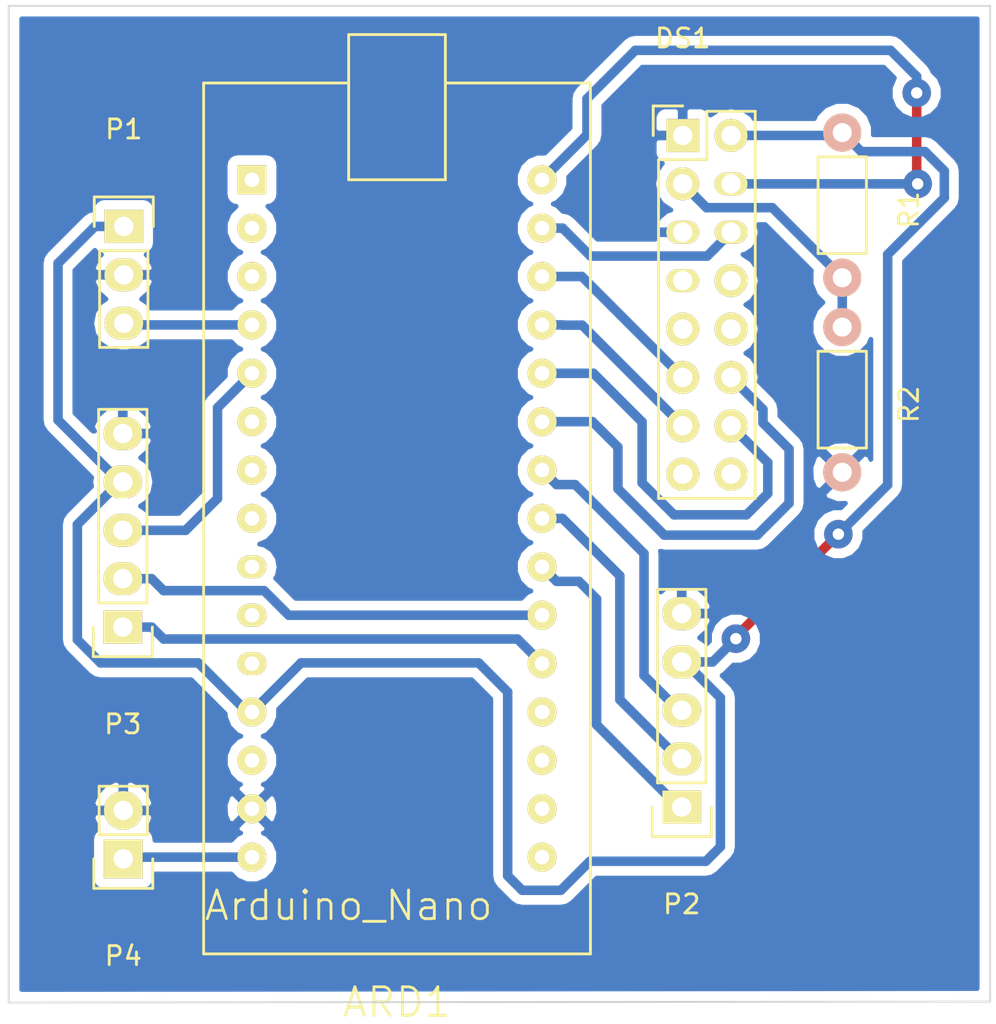
<source format=kicad_pcb>
(kicad_pcb (version 4) (host pcbnew "(after 2015-mar-04 BZR unknown)-product")

  (general
    (links 28)
    (no_connects 0)
    (area 83.719199 71.374799 135.381201 123.798801)
    (thickness 1.6)
    (drawings 4)
    (tracks 119)
    (zones 0)
    (modules 8)
    (nets 18)
  )

  (page A4)
  (layers
    (0 F.Cu signal)
    (31 B.Cu signal)
    (32 B.Adhes user)
    (33 F.Adhes user)
    (34 B.Paste user)
    (35 F.Paste user)
    (36 B.SilkS user)
    (37 F.SilkS user)
    (38 B.Mask user)
    (39 F.Mask user)
    (40 Dwgs.User user)
    (41 Cmts.User user)
    (42 Eco1.User user)
    (43 Eco2.User user)
    (44 Edge.Cuts user)
    (45 Margin user)
    (46 B.CrtYd user)
    (47 F.CrtYd user)
    (48 B.Fab user)
    (49 F.Fab user)
  )

  (setup
    (last_trace_width 0.5)
    (trace_clearance 0.4)
    (zone_clearance 0.508)
    (zone_45_only no)
    (trace_min 0.2)
    (segment_width 0.2)
    (edge_width 0.1)
    (via_size 1.5)
    (via_drill 0.6)
    (via_min_size 0.4)
    (via_min_drill 0.3)
    (uvia_size 0.3)
    (uvia_drill 0.1)
    (uvias_allowed no)
    (uvia_min_size 0.2)
    (uvia_min_drill 0.1)
    (pcb_text_width 0.3)
    (pcb_text_size 1.5 1.5)
    (mod_edge_width 0.15)
    (mod_text_size 1 1)
    (mod_text_width 0.15)
    (pad_size 1.7272 1.2)
    (pad_drill 1.016)
    (pad_to_mask_clearance 0)
    (aux_axis_origin 0 0)
    (visible_elements FFFFFF7F)
    (pcbplotparams
      (layerselection 0x00030_ffffffff)
      (usegerberextensions false)
      (excludeedgelayer true)
      (linewidth 0.100000)
      (plotframeref false)
      (viasonmask false)
      (mode 1)
      (useauxorigin false)
      (hpglpennumber 1)
      (hpglpenspeed 20)
      (hpglpendiameter 15)
      (hpglpenoverlay 2)
      (psnegative false)
      (psa4output false)
      (plotreference true)
      (plotvalue true)
      (plotinvisibletext false)
      (padsonsilk false)
      (subtractmaskfromsilk false)
      (outputformat 1)
      (mirror false)
      (drillshape 1)
      (scaleselection 1)
      (outputdirectory ""))
  )

  (net 0 "")
  (net 1 /SW)
  (net 2 /RELAY)
  (net 3 /ROT_A)
  (net 4 /ROT_B)
  (net 5 /DO)
  (net 6 /CS)
  (net 7 /SCK)
  (net 8 /LCD_E)
  (net 9 /LCD_RS)
  (net 10 GND)
  (net 11 +5V)
  (net 12 "Net-(DS1-Pad3)")
  (net 13 /LCD_D4)
  (net 14 /LCD_D5)
  (net 15 /LCD_D6)
  (net 16 /LCD_D7)
  (net 17 "Net-(ARD1-Pad15)")

  (net_class Default "This is the default net class."
    (clearance 0.4)
    (trace_width 0.5)
    (via_dia 1.5)
    (via_drill 0.6)
    (uvia_dia 0.3)
    (uvia_drill 0.1)
    (add_net +5V)
    (add_net /CS)
    (add_net /DO)
    (add_net /LCD_D4)
    (add_net /LCD_D5)
    (add_net /LCD_D6)
    (add_net /LCD_D7)
    (add_net /LCD_E)
    (add_net /LCD_RS)
    (add_net /RELAY)
    (add_net /ROT_A)
    (add_net /ROT_B)
    (add_net /SCK)
    (add_net /SW)
    (add_net GND)
    (add_net "Net-(ARD1-Pad15)")
    (add_net "Net-(DS1-Pad3)")
  )

  (module "Arduino:Arduino Nano" (layer F.Cu) (tedit 57965DA1) (tstamp 57965AD7)
    (at 104.169148 95.796389)
    (path /57965443)
    (fp_text reference ARD1 (at 0 27.94) (layer F.SilkS)
      (effects (font (size 1.5 1.5) (thickness 0.15)))
    )
    (fp_text value Arduino_Nano (at -2.54 22.86) (layer F.SilkS)
      (effects (font (size 1.5 1.5) (thickness 0.15)))
    )
    (fp_line (start 2.54 -20.32) (end 10.16 -20.32) (layer F.SilkS) (width 0.15))
    (fp_line (start -10.16 -20.32) (end -2.54 -20.32) (layer F.SilkS) (width 0.15))
    (fp_line (start -2.54 -15.24) (end -2.54 -22.86) (layer F.SilkS) (width 0.15))
    (fp_line (start -2.54 -22.86) (end 2.54 -22.86) (layer F.SilkS) (width 0.15))
    (fp_line (start 2.54 -22.86) (end 2.54 -15.24) (layer F.SilkS) (width 0.15))
    (fp_line (start 2.54 -15.24) (end -2.54 -15.24) (layer F.SilkS) (width 0.15))
    (fp_line (start -10.16 -20.32) (end -10.16 25.4) (layer F.SilkS) (width 0.15))
    (fp_line (start -10.16 25.4) (end 10.16 25.4) (layer F.SilkS) (width 0.15))
    (fp_line (start 10.16 25.4) (end 10.16 -20.32) (layer F.SilkS) (width 0.15))
    (pad 1 thru_hole rect (at -7.62 -15.24) (size 1.524 1.524) (drill 0.762) (layers *.Cu *.Mask F.SilkS))
    (pad 2 thru_hole circle (at -7.62 -12.7) (size 1.524 1.524) (drill 0.762) (layers *.Cu *.Mask F.SilkS))
    (pad 3 thru_hole circle (at -7.62 -10.16) (size 1.524 1.524) (drill 0.762) (layers *.Cu *.Mask F.SilkS))
    (pad 4 thru_hole circle (at -7.62 -7.62) (size 1.524 1.524) (drill 0.762) (layers *.Cu *.Mask F.SilkS)
      (net 2 /RELAY))
    (pad 5 thru_hole circle (at -7.62 -5.08) (size 1.524 1.524) (drill 0.762) (layers *.Cu *.Mask F.SilkS)
      (net 1 /SW))
    (pad 6 thru_hole circle (at -7.62 -2.54) (size 1.524 1.524) (drill 0.762) (layers *.Cu *.Mask F.SilkS))
    (pad 7 thru_hole circle (at -7.62 0) (size 1.524 1.524) (drill 0.762) (layers *.Cu *.Mask F.SilkS))
    (pad 8 thru_hole circle (at -7.62 2.54) (size 1.524 1.524) (drill 0.762) (layers *.Cu *.Mask F.SilkS))
    (pad 9 thru_hole oval (at -7.62 5.08) (size 1.524 1.2) (drill 0.762) (layers *.Cu *.Mask F.SilkS))
    (pad 10 thru_hole oval (at -7.62 7.62) (size 1.524 1.2) (drill 0.762) (layers *.Cu *.Mask F.SilkS))
    (pad 11 thru_hole oval (at -7.62 10.16) (size 1.524 1.2) (drill 0.762) (layers *.Cu *.Mask F.SilkS))
    (pad 12 thru_hole circle (at -7.62 12.7) (size 1.524 1.524) (drill 0.762) (layers *.Cu *.Mask F.SilkS)
      (net 11 +5V))
    (pad 13 thru_hole circle (at -7.62 15.24) (size 1.524 1.524) (drill 0.762) (layers *.Cu *.Mask F.SilkS))
    (pad 14 thru_hole circle (at -7.62 17.78) (size 1.524 1.524) (drill 0.762) (layers *.Cu *.Mask F.SilkS)
      (net 10 GND))
    (pad 15 thru_hole circle (at -7.62 20.32) (size 1.524 1.524) (drill 0.762) (layers *.Cu *.Mask F.SilkS)
      (net 17 "Net-(ARD1-Pad15)"))
    (pad 16 thru_hole circle (at 7.62 20.32) (size 1.524 1.524) (drill 0.762) (layers *.Cu *.Mask F.SilkS))
    (pad 17 thru_hole circle (at 7.62 17.78) (size 1.524 1.524) (drill 0.762) (layers *.Cu *.Mask F.SilkS))
    (pad 18 thru_hole circle (at 7.62 15.24) (size 1.524 1.524) (drill 0.762) (layers *.Cu *.Mask F.SilkS))
    (pad 19 thru_hole circle (at 7.62 12.7) (size 1.524 1.524) (drill 0.762) (layers *.Cu *.Mask F.SilkS))
    (pad 20 thru_hole circle (at 7.62 10.16) (size 1.524 1.524) (drill 0.762) (layers *.Cu *.Mask F.SilkS)
      (net 4 /ROT_B))
    (pad 21 thru_hole circle (at 7.62 7.62) (size 1.524 1.524) (drill 0.762) (layers *.Cu *.Mask F.SilkS)
      (net 3 /ROT_A))
    (pad 22 thru_hole circle (at 7.62 5.08) (size 1.524 1.524) (drill 0.762) (layers *.Cu *.Mask F.SilkS)
      (net 5 /DO))
    (pad 23 thru_hole circle (at 7.62 2.54) (size 1.524 1.524) (drill 0.762) (layers *.Cu *.Mask F.SilkS)
      (net 6 /CS))
    (pad 24 thru_hole circle (at 7.62 0) (size 1.524 1.524) (drill 0.762) (layers *.Cu *.Mask F.SilkS)
      (net 7 /SCK))
    (pad 25 thru_hole circle (at 7.62 -2.54) (size 1.524 1.524) (drill 0.762) (layers *.Cu *.Mask F.SilkS)
      (net 14 /LCD_D5))
    (pad 26 thru_hole circle (at 7.62 -5.08) (size 1.524 1.524) (drill 0.762) (layers *.Cu *.Mask F.SilkS)
      (net 16 /LCD_D7))
    (pad 27 thru_hole circle (at 7.62 -7.62) (size 1.524 1.524) (drill 0.762) (layers *.Cu *.Mask F.SilkS)
      (net 15 /LCD_D6))
    (pad 28 thru_hole circle (at 7.62 -10.16) (size 1.524 1.524) (drill 0.762) (layers *.Cu *.Mask F.SilkS)
      (net 13 /LCD_D4))
    (pad 29 thru_hole circle (at 7.62 -12.7) (size 1.524 1.524) (drill 0.762) (layers *.Cu *.Mask F.SilkS)
      (net 8 /LCD_E))
    (pad 30 thru_hole circle (at 7.62 -15.24) (size 1.524 1.524) (drill 0.762) (layers *.Cu *.Mask F.SilkS)
      (net 9 /LCD_RS))
  )

  (module Pin_Headers:Pin_Header_Straight_2x08 (layer F.Cu) (tedit 57966267) (tstamp 57965AEB)
    (at 119.1768 78.232)
    (descr "Through hole pin header")
    (tags "pin header")
    (path /5795E8C5)
    (fp_text reference DS1 (at 0 -5.1) (layer F.SilkS)
      (effects (font (size 1 1) (thickness 0.15)))
    )
    (fp_text value LCD-016N002L (at 0 -3.1) (layer F.Fab)
      (effects (font (size 1 1) (thickness 0.15)))
    )
    (fp_line (start -1.75 -1.75) (end -1.75 19.55) (layer F.CrtYd) (width 0.05))
    (fp_line (start 4.3 -1.75) (end 4.3 19.55) (layer F.CrtYd) (width 0.05))
    (fp_line (start -1.75 -1.75) (end 4.3 -1.75) (layer F.CrtYd) (width 0.05))
    (fp_line (start -1.75 19.55) (end 4.3 19.55) (layer F.CrtYd) (width 0.05))
    (fp_line (start 3.81 19.05) (end 3.81 -1.27) (layer F.SilkS) (width 0.15))
    (fp_line (start -1.27 1.27) (end -1.27 19.05) (layer F.SilkS) (width 0.15))
    (fp_line (start 3.81 19.05) (end -1.27 19.05) (layer F.SilkS) (width 0.15))
    (fp_line (start 3.81 -1.27) (end 1.27 -1.27) (layer F.SilkS) (width 0.15))
    (fp_line (start 0 -1.55) (end -1.55 -1.55) (layer F.SilkS) (width 0.15))
    (fp_line (start 1.27 -1.27) (end 1.27 1.27) (layer F.SilkS) (width 0.15))
    (fp_line (start 1.27 1.27) (end -1.27 1.27) (layer F.SilkS) (width 0.15))
    (fp_line (start -1.55 -1.55) (end -1.55 0) (layer F.SilkS) (width 0.15))
    (pad 1 thru_hole rect (at 0 0) (size 1.7272 1.7272) (drill 1.016) (layers *.Cu *.Mask F.SilkS)
      (net 10 GND))
    (pad 2 thru_hole oval (at 2.54 0) (size 1.7272 1.7272) (drill 1.016) (layers *.Cu *.Mask F.SilkS)
      (net 11 +5V))
    (pad 3 thru_hole oval (at 0 2.54) (size 1.7272 1.7272) (drill 1.016) (layers *.Cu *.Mask F.SilkS)
      (net 12 "Net-(DS1-Pad3)"))
    (pad 4 thru_hole oval (at 2.54 2.54) (size 1.7272 1.2) (drill 1.016) (layers *.Cu *.Mask F.SilkS)
      (net 9 /LCD_RS))
    (pad 5 thru_hole oval (at 0 5.08) (size 1.7272 1.2) (drill 1.016) (layers *.Cu *.Mask F.SilkS)
      (net 10 GND))
    (pad 6 thru_hole oval (at 2.54 5.08) (size 1.7272 1.2) (drill 1.016) (layers *.Cu *.Mask F.SilkS)
      (net 8 /LCD_E))
    (pad 7 thru_hole oval (at 0 7.62) (size 1.7272 1.2) (drill 1.016) (layers *.Cu *.Mask F.SilkS))
    (pad 8 thru_hole oval (at 2.54 7.62) (size 1.7272 1.7272) (drill 1.016) (layers *.Cu *.Mask F.SilkS))
    (pad 9 thru_hole oval (at 0 10.16) (size 1.7272 1.7272) (drill 1.016) (layers *.Cu *.Mask F.SilkS))
    (pad 10 thru_hole oval (at 2.54 10.16) (size 1.7272 1.7272) (drill 1.016) (layers *.Cu *.Mask F.SilkS))
    (pad 11 thru_hole oval (at 0 12.7) (size 1.7272 1.7272) (drill 1.016) (layers *.Cu *.Mask F.SilkS)
      (net 13 /LCD_D4))
    (pad 12 thru_hole oval (at 2.54 12.7) (size 1.7272 1.7272) (drill 1.016) (layers *.Cu *.Mask F.SilkS)
      (net 14 /LCD_D5))
    (pad 13 thru_hole oval (at 0 15.24) (size 1.7272 1.7272) (drill 1.016) (layers *.Cu *.Mask F.SilkS)
      (net 15 /LCD_D6))
    (pad 14 thru_hole oval (at 2.54 15.24) (size 1.7272 1.7272) (drill 1.016) (layers *.Cu *.Mask F.SilkS)
      (net 16 /LCD_D7))
    (pad 15 thru_hole oval (at 0 17.78) (size 1.7272 1.7272) (drill 1.016) (layers *.Cu *.Mask F.SilkS))
    (pad 16 thru_hole oval (at 2.54 17.78) (size 1.7272 1.7272) (drill 1.016) (layers *.Cu *.Mask F.SilkS))
    (model Pin_Headers.3dshapes/Pin_Header_Straight_2x08.wrl
      (at (xyz 0.05 -0.35 0))
      (scale (xyz 1 1 1))
      (rotate (xyz 0 0 90))
    )
  )

  (module Pin_Headers:Pin_Header_Straight_1x03 (layer F.Cu) (tedit 0) (tstamp 57965AF2)
    (at 89.8144 83.0072)
    (descr "Through hole pin header")
    (tags "pin header")
    (path /57965F69)
    (fp_text reference P1 (at 0 -5.1) (layer F.SilkS)
      (effects (font (size 1 1) (thickness 0.15)))
    )
    (fp_text value CONN_RELAY (at 0 -3.1) (layer F.Fab)
      (effects (font (size 1 1) (thickness 0.15)))
    )
    (fp_line (start -1.75 -1.75) (end -1.75 6.85) (layer F.CrtYd) (width 0.05))
    (fp_line (start 1.75 -1.75) (end 1.75 6.85) (layer F.CrtYd) (width 0.05))
    (fp_line (start -1.75 -1.75) (end 1.75 -1.75) (layer F.CrtYd) (width 0.05))
    (fp_line (start -1.75 6.85) (end 1.75 6.85) (layer F.CrtYd) (width 0.05))
    (fp_line (start -1.27 1.27) (end -1.27 6.35) (layer F.SilkS) (width 0.15))
    (fp_line (start -1.27 6.35) (end 1.27 6.35) (layer F.SilkS) (width 0.15))
    (fp_line (start 1.27 6.35) (end 1.27 1.27) (layer F.SilkS) (width 0.15))
    (fp_line (start 1.55 -1.55) (end 1.55 0) (layer F.SilkS) (width 0.15))
    (fp_line (start 1.27 1.27) (end -1.27 1.27) (layer F.SilkS) (width 0.15))
    (fp_line (start -1.55 0) (end -1.55 -1.55) (layer F.SilkS) (width 0.15))
    (fp_line (start -1.55 -1.55) (end 1.55 -1.55) (layer F.SilkS) (width 0.15))
    (pad 1 thru_hole rect (at 0 0) (size 2.032 1.7272) (drill 1.016) (layers *.Cu *.Mask F.SilkS)
      (net 11 +5V))
    (pad 2 thru_hole oval (at 0 2.54) (size 2.032 1.7272) (drill 1.016) (layers *.Cu *.Mask F.SilkS)
      (net 10 GND))
    (pad 3 thru_hole oval (at 0 5.08) (size 2.032 1.7272) (drill 1.016) (layers *.Cu *.Mask F.SilkS)
      (net 2 /RELAY))
    (model Pin_Headers.3dshapes/Pin_Header_Straight_1x03.wrl
      (at (xyz 0 -0.1 0))
      (scale (xyz 1 1 1))
      (rotate (xyz 0 0 90))
    )
  )

  (module Pin_Headers:Pin_Header_Straight_1x05 (layer F.Cu) (tedit 54EA0684) (tstamp 57965AFB)
    (at 119.126 113.4872 180)
    (descr "Through hole pin header")
    (tags "pin header")
    (path /5796551D)
    (fp_text reference P2 (at 0 -5.1 180) (layer F.SilkS)
      (effects (font (size 1 1) (thickness 0.15)))
    )
    (fp_text value CONN_THERM (at 0 -3.1 180) (layer F.Fab)
      (effects (font (size 1 1) (thickness 0.15)))
    )
    (fp_line (start -1.55 0) (end -1.55 -1.55) (layer F.SilkS) (width 0.15))
    (fp_line (start -1.55 -1.55) (end 1.55 -1.55) (layer F.SilkS) (width 0.15))
    (fp_line (start 1.55 -1.55) (end 1.55 0) (layer F.SilkS) (width 0.15))
    (fp_line (start -1.75 -1.75) (end -1.75 11.95) (layer F.CrtYd) (width 0.05))
    (fp_line (start 1.75 -1.75) (end 1.75 11.95) (layer F.CrtYd) (width 0.05))
    (fp_line (start -1.75 -1.75) (end 1.75 -1.75) (layer F.CrtYd) (width 0.05))
    (fp_line (start -1.75 11.95) (end 1.75 11.95) (layer F.CrtYd) (width 0.05))
    (fp_line (start 1.27 1.27) (end 1.27 11.43) (layer F.SilkS) (width 0.15))
    (fp_line (start 1.27 11.43) (end -1.27 11.43) (layer F.SilkS) (width 0.15))
    (fp_line (start -1.27 11.43) (end -1.27 1.27) (layer F.SilkS) (width 0.15))
    (fp_line (start 1.27 1.27) (end -1.27 1.27) (layer F.SilkS) (width 0.15))
    (pad 1 thru_hole rect (at 0 0 180) (size 2.032 1.7272) (drill 1.016) (layers *.Cu *.Mask F.SilkS)
      (net 5 /DO))
    (pad 2 thru_hole oval (at 0 2.54 180) (size 2.032 1.7272) (drill 1.016) (layers *.Cu *.Mask F.SilkS)
      (net 6 /CS))
    (pad 3 thru_hole oval (at 0 5.08 180) (size 2.032 1.7272) (drill 1.016) (layers *.Cu *.Mask F.SilkS)
      (net 7 /SCK))
    (pad 4 thru_hole oval (at 0 7.62 180) (size 2.032 1.7272) (drill 1.016) (layers *.Cu *.Mask F.SilkS)
      (net 11 +5V))
    (pad 5 thru_hole oval (at 0 10.16 180) (size 2.032 1.7272) (drill 1.016) (layers *.Cu *.Mask F.SilkS)
      (net 10 GND))
    (model Pin_Headers.3dshapes/Pin_Header_Straight_1x05.wrl
      (at (xyz 0 -0.2 0))
      (scale (xyz 1 1 1))
      (rotate (xyz 0 0 90))
    )
  )

  (module Pin_Headers:Pin_Header_Straight_1x05 (layer F.Cu) (tedit 54EA0684) (tstamp 57965B04)
    (at 89.7636 104.0384 180)
    (descr "Through hole pin header")
    (tags "pin header")
    (path /57965A8D)
    (fp_text reference P3 (at 0 -5.1 180) (layer F.SilkS)
      (effects (font (size 1 1) (thickness 0.15)))
    )
    (fp_text value CONN_ROTARY (at 0 -3.1 180) (layer F.Fab)
      (effects (font (size 1 1) (thickness 0.15)))
    )
    (fp_line (start -1.55 0) (end -1.55 -1.55) (layer F.SilkS) (width 0.15))
    (fp_line (start -1.55 -1.55) (end 1.55 -1.55) (layer F.SilkS) (width 0.15))
    (fp_line (start 1.55 -1.55) (end 1.55 0) (layer F.SilkS) (width 0.15))
    (fp_line (start -1.75 -1.75) (end -1.75 11.95) (layer F.CrtYd) (width 0.05))
    (fp_line (start 1.75 -1.75) (end 1.75 11.95) (layer F.CrtYd) (width 0.05))
    (fp_line (start -1.75 -1.75) (end 1.75 -1.75) (layer F.CrtYd) (width 0.05))
    (fp_line (start -1.75 11.95) (end 1.75 11.95) (layer F.CrtYd) (width 0.05))
    (fp_line (start 1.27 1.27) (end 1.27 11.43) (layer F.SilkS) (width 0.15))
    (fp_line (start 1.27 11.43) (end -1.27 11.43) (layer F.SilkS) (width 0.15))
    (fp_line (start -1.27 11.43) (end -1.27 1.27) (layer F.SilkS) (width 0.15))
    (fp_line (start 1.27 1.27) (end -1.27 1.27) (layer F.SilkS) (width 0.15))
    (pad 1 thru_hole rect (at 0 0 180) (size 2.032 1.7272) (drill 1.016) (layers *.Cu *.Mask F.SilkS)
      (net 4 /ROT_B))
    (pad 2 thru_hole oval (at 0 2.54 180) (size 2.032 1.7272) (drill 1.016) (layers *.Cu *.Mask F.SilkS)
      (net 3 /ROT_A))
    (pad 3 thru_hole oval (at 0 5.08 180) (size 2.032 1.7272) (drill 1.016) (layers *.Cu *.Mask F.SilkS)
      (net 1 /SW))
    (pad 4 thru_hole oval (at 0 7.62 180) (size 2.032 1.7272) (drill 1.016) (layers *.Cu *.Mask F.SilkS)
      (net 11 +5V))
    (pad 5 thru_hole oval (at 0 10.16 180) (size 2.032 1.7272) (drill 1.016) (layers *.Cu *.Mask F.SilkS)
      (net 10 GND))
    (model Pin_Headers.3dshapes/Pin_Header_Straight_1x05.wrl
      (at (xyz 0 -0.2 0))
      (scale (xyz 1 1 1))
      (rotate (xyz 0 0 90))
    )
  )

  (module Resistors_ThroughHole:Resistor_Horizontal_RM7mm (layer F.Cu) (tedit 569FCF07) (tstamp 57965B0A)
    (at 127.5588 78.0796 270)
    (descr "Resistor, Axial,  RM 7.62mm, 1/3W,")
    (tags "Resistor Axial RM 7.62mm 1/3W R3")
    (path /5796688A)
    (fp_text reference R1 (at 4.05892 -3.50012 270) (layer F.SilkS)
      (effects (font (size 1 1) (thickness 0.15)))
    )
    (fp_text value R (at 3.81 3.81 270) (layer F.Fab)
      (effects (font (size 1 1) (thickness 0.15)))
    )
    (fp_line (start -1.25 -1.5) (end 8.85 -1.5) (layer F.CrtYd) (width 0.05))
    (fp_line (start -1.25 1.5) (end -1.25 -1.5) (layer F.CrtYd) (width 0.05))
    (fp_line (start 8.85 -1.5) (end 8.85 1.5) (layer F.CrtYd) (width 0.05))
    (fp_line (start -1.25 1.5) (end 8.85 1.5) (layer F.CrtYd) (width 0.05))
    (fp_line (start 1.27 -1.27) (end 6.35 -1.27) (layer F.SilkS) (width 0.15))
    (fp_line (start 6.35 -1.27) (end 6.35 1.27) (layer F.SilkS) (width 0.15))
    (fp_line (start 6.35 1.27) (end 1.27 1.27) (layer F.SilkS) (width 0.15))
    (fp_line (start 1.27 1.27) (end 1.27 -1.27) (layer F.SilkS) (width 0.15))
    (pad 1 thru_hole circle (at 0 0 270) (size 1.99898 1.99898) (drill 1.00076) (layers *.Cu *.SilkS *.Mask)
      (net 11 +5V))
    (pad 2 thru_hole circle (at 7.62 0 270) (size 1.99898 1.99898) (drill 1.00076) (layers *.Cu *.SilkS *.Mask)
      (net 12 "Net-(DS1-Pad3)"))
  )

  (module Resistors_ThroughHole:Resistor_Horizontal_RM7mm (layer F.Cu) (tedit 569FCF07) (tstamp 57965B10)
    (at 127.5588 88.2904 270)
    (descr "Resistor, Axial,  RM 7.62mm, 1/3W,")
    (tags "Resistor Axial RM 7.62mm 1/3W R3")
    (path /57966A62)
    (fp_text reference R2 (at 4.05892 -3.50012 270) (layer F.SilkS)
      (effects (font (size 1 1) (thickness 0.15)))
    )
    (fp_text value R (at 3.81 3.81 270) (layer F.Fab)
      (effects (font (size 1 1) (thickness 0.15)))
    )
    (fp_line (start -1.25 -1.5) (end 8.85 -1.5) (layer F.CrtYd) (width 0.05))
    (fp_line (start -1.25 1.5) (end -1.25 -1.5) (layer F.CrtYd) (width 0.05))
    (fp_line (start 8.85 -1.5) (end 8.85 1.5) (layer F.CrtYd) (width 0.05))
    (fp_line (start -1.25 1.5) (end 8.85 1.5) (layer F.CrtYd) (width 0.05))
    (fp_line (start 1.27 -1.27) (end 6.35 -1.27) (layer F.SilkS) (width 0.15))
    (fp_line (start 6.35 -1.27) (end 6.35 1.27) (layer F.SilkS) (width 0.15))
    (fp_line (start 6.35 1.27) (end 1.27 1.27) (layer F.SilkS) (width 0.15))
    (fp_line (start 1.27 1.27) (end 1.27 -1.27) (layer F.SilkS) (width 0.15))
    (pad 1 thru_hole circle (at 0 0 270) (size 1.99898 1.99898) (drill 1.00076) (layers *.Cu *.SilkS *.Mask)
      (net 12 "Net-(DS1-Pad3)"))
    (pad 2 thru_hole circle (at 7.62 0 270) (size 1.99898 1.99898) (drill 1.00076) (layers *.Cu *.SilkS *.Mask)
      (net 10 GND))
  )

  (module Pin_Headers:Pin_Header_Straight_1x02 (layer F.Cu) (tedit 54EA090C) (tstamp 57A9B9F4)
    (at 89.789 116.205 180)
    (descr "Through hole pin header")
    (tags "pin header")
    (path /57A9B979)
    (fp_text reference P4 (at 0 -5.1 180) (layer F.SilkS)
      (effects (font (size 1 1) (thickness 0.15)))
    )
    (fp_text value CONN_01X02 (at 0 -3.1 180) (layer F.Fab)
      (effects (font (size 1 1) (thickness 0.15)))
    )
    (fp_line (start 1.27 1.27) (end 1.27 3.81) (layer F.SilkS) (width 0.15))
    (fp_line (start 1.55 -1.55) (end 1.55 0) (layer F.SilkS) (width 0.15))
    (fp_line (start -1.75 -1.75) (end -1.75 4.3) (layer F.CrtYd) (width 0.05))
    (fp_line (start 1.75 -1.75) (end 1.75 4.3) (layer F.CrtYd) (width 0.05))
    (fp_line (start -1.75 -1.75) (end 1.75 -1.75) (layer F.CrtYd) (width 0.05))
    (fp_line (start -1.75 4.3) (end 1.75 4.3) (layer F.CrtYd) (width 0.05))
    (fp_line (start 1.27 1.27) (end -1.27 1.27) (layer F.SilkS) (width 0.15))
    (fp_line (start -1.55 0) (end -1.55 -1.55) (layer F.SilkS) (width 0.15))
    (fp_line (start -1.55 -1.55) (end 1.55 -1.55) (layer F.SilkS) (width 0.15))
    (fp_line (start -1.27 1.27) (end -1.27 3.81) (layer F.SilkS) (width 0.15))
    (fp_line (start -1.27 3.81) (end 1.27 3.81) (layer F.SilkS) (width 0.15))
    (pad 1 thru_hole rect (at 0 0 180) (size 2.032 2.032) (drill 1.016) (layers *.Cu *.Mask F.SilkS)
      (net 17 "Net-(ARD1-Pad15)"))
    (pad 2 thru_hole oval (at 0 2.54 180) (size 2.032 2.032) (drill 1.016) (layers *.Cu *.Mask F.SilkS)
      (net 10 GND))
    (model Pin_Headers.3dshapes/Pin_Header_Straight_1x02.wrl
      (at (xyz 0 -0.05 0))
      (scale (xyz 1 1 1))
      (rotate (xyz 0 0 90))
    )
  )

  (gr_line (start 83.7692 71.4756) (end 83.7692 123.698) (layer Edge.Cuts) (width 0.1))
  (gr_line (start 135.3312 71.4248) (end 83.7692 71.4248) (layer Edge.Cuts) (width 0.1))
  (gr_line (start 135.3312 123.698) (end 135.3312 71.4248) (layer Edge.Cuts) (width 0.1))
  (gr_line (start 83.7692 123.7488) (end 135.3312 123.698) (layer Edge.Cuts) (width 0.1))

  (segment (start 93.0656 98.9584) (end 89.7636 98.9584) (width 0.5) (layer B.Cu) (net 1))
  (segment (start 94.742 97.282) (end 93.0656 98.9584) (width 0.5) (layer B.Cu) (net 1))
  (segment (start 94.742 92.523537) (end 94.742 97.282) (width 0.5) (layer B.Cu) (net 1))
  (segment (start 96.549148 90.716389) (end 94.742 92.523537) (width 0.5) (layer B.Cu) (net 1))
  (segment (start 89.903589 88.176389) (end 89.8144 88.0872) (width 0.5) (layer B.Cu) (net 2))
  (segment (start 96.549148 88.176389) (end 89.903589 88.176389) (width 0.5) (layer B.Cu) (net 2))
  (segment (start 91.907599 102.126399) (end 91.2796 101.4984) (width 0.5) (layer B.Cu) (net 3))
  (segment (start 91.2796 101.4984) (end 89.7636 101.4984) (width 0.5) (layer B.Cu) (net 3))
  (segment (start 97.188939 102.126399) (end 91.907599 102.126399) (width 0.5) (layer B.Cu) (net 3))
  (segment (start 98.478929 103.416389) (end 97.188939 102.126399) (width 0.5) (layer B.Cu) (net 3))
  (segment (start 111.789148 103.416389) (end 98.478929 103.416389) (width 0.5) (layer B.Cu) (net 3))
  (segment (start 91.907599 104.666399) (end 91.2796 104.0384) (width 0.5) (layer B.Cu) (net 4))
  (segment (start 110.499158 104.666399) (end 91.907599 104.666399) (width 0.5) (layer B.Cu) (net 4))
  (segment (start 91.2796 104.0384) (end 89.7636 104.0384) (width 0.5) (layer B.Cu) (net 4))
  (segment (start 111.789148 105.956389) (end 110.499158 104.666399) (width 0.5) (layer B.Cu) (net 4))
  (segment (start 112.551147 101.638388) (end 113.728788 101.638388) (width 0.5) (layer B.Cu) (net 5))
  (segment (start 111.789148 100.876389) (end 112.551147 101.638388) (width 0.5) (layer B.Cu) (net 5))
  (segment (start 113.728788 101.638388) (end 114.6556 102.5652) (width 0.5) (layer B.Cu) (net 5))
  (segment (start 118.9736 113.4872) (end 119.126 113.4872) (width 0.5) (layer B.Cu) (net 5))
  (segment (start 114.6556 109.1692) (end 118.9736 113.4872) (width 0.5) (layer B.Cu) (net 5))
  (segment (start 114.6556 102.5652) (end 114.6556 109.1692) (width 0.5) (layer B.Cu) (net 5))
  (segment (start 112.866778 98.336389) (end 115.8748 101.344411) (width 0.5) (layer B.Cu) (net 6))
  (segment (start 111.789148 98.336389) (end 112.866778 98.336389) (width 0.5) (layer B.Cu) (net 6))
  (segment (start 118.9736 110.9472) (end 119.126 110.9472) (width 0.5) (layer B.Cu) (net 6))
  (segment (start 115.8748 107.8484) (end 118.9736 110.9472) (width 0.5) (layer B.Cu) (net 6))
  (segment (start 115.8748 101.344411) (end 115.8748 107.8484) (width 0.5) (layer B.Cu) (net 6))
  (segment (start 112.551147 96.558388) (end 113.525588 96.558388) (width 0.5) (layer B.Cu) (net 7))
  (segment (start 111.789148 95.796389) (end 112.551147 96.558388) (width 0.5) (layer B.Cu) (net 7))
  (segment (start 113.525588 96.558388) (end 117.1448 100.1776) (width 0.5) (layer B.Cu) (net 7))
  (segment (start 117.1448 106.5784) (end 118.9736 108.4072) (width 0.5) (layer B.Cu) (net 7))
  (segment (start 118.9736 108.4072) (end 119.126 108.4072) (width 0.5) (layer B.Cu) (net 7))
  (segment (start 117.1448 100.1776) (end 117.1448 106.5784) (width 0.5) (layer B.Cu) (net 7))
  (segment (start 120.853201 84.175599) (end 121.7168 83.312) (width 0.5) (layer B.Cu) (net 8))
  (segment (start 120.46679 84.56201) (end 120.853201 84.175599) (width 0.5) (layer B.Cu) (net 8))
  (segment (start 114.332399 84.56201) (end 120.46679 84.56201) (width 0.5) (layer B.Cu) (net 8))
  (segment (start 112.866778 83.096389) (end 114.332399 84.56201) (width 0.5) (layer B.Cu) (net 8))
  (segment (start 111.789148 83.096389) (end 112.866778 83.096389) (width 0.5) (layer B.Cu) (net 8))
  (segment (start 122.938114 80.772) (end 121.7168 80.772) (width 0.5) (layer B.Cu) (net 9))
  (via (at 131.4704 75.9968) (size 1.5) (drill 0.6) (layers F.Cu B.Cu) (net 9))
  (via (at 131.5212 80.772) (size 1.5) (drill 0.6) (layers F.Cu B.Cu) (net 9))
  (segment (start 131.4704 80.7212) (end 131.5212 80.772) (width 0.5) (layer F.Cu) (net 9))
  (segment (start 131.4704 75.9968) (end 131.4704 80.7212) (width 0.5) (layer F.Cu) (net 9))
  (segment (start 131.5212 80.772) (end 122.938114 80.772) (width 0.5) (layer B.Cu) (net 9))
  (segment (start 131.4704 75.1332) (end 131.4704 75.9968) (width 0.5) (layer B.Cu) (net 9))
  (segment (start 130.0988 73.7616) (end 131.4704 75.1332) (width 0.5) (layer B.Cu) (net 9))
  (segment (start 116.6876 73.7616) (end 130.0988 73.7616) (width 0.5) (layer B.Cu) (net 9))
  (segment (start 114.1476 76.3016) (end 116.6876 73.7616) (width 0.5) (layer B.Cu) (net 9))
  (segment (start 114.1476 78.197937) (end 114.1476 76.3016) (width 0.5) (layer B.Cu) (net 9))
  (segment (start 111.789148 80.556389) (end 114.1476 78.197937) (width 0.5) (layer B.Cu) (net 9))
  (segment (start 127.4064 78.232) (end 127.5588 78.0796) (width 0.5) (layer B.Cu) (net 11))
  (segment (start 121.7168 78.232) (end 127.4064 78.232) (width 0.5) (layer B.Cu) (net 11))
  (segment (start 88.2984 83.0072) (end 86.36 84.9456) (width 0.5) (layer B.Cu) (net 11))
  (segment (start 89.8144 83.0072) (end 88.2984 83.0072) (width 0.5) (layer B.Cu) (net 11))
  (segment (start 89.6112 96.4184) (end 89.7636 96.4184) (width 0.5) (layer B.Cu) (net 11))
  (segment (start 86.36 93.1672) (end 89.6112 96.4184) (width 0.5) (layer B.Cu) (net 11))
  (segment (start 86.36 84.9456) (end 86.36 93.1672) (width 0.5) (layer B.Cu) (net 11))
  (segment (start 128.558289 79.079089) (end 131.911089 79.079089) (width 0.5) (layer B.Cu) (net 11))
  (segment (start 127.5588 78.0796) (end 128.558289 79.079089) (width 0.5) (layer B.Cu) (net 11))
  (segment (start 132.921201 80.089201) (end 132.921201 81.505599) (width 0.5) (layer B.Cu) (net 11))
  (segment (start 131.911089 79.079089) (end 132.921201 80.089201) (width 0.5) (layer B.Cu) (net 11))
  (segment (start 132.921201 81.505599) (end 129.9464 84.4804) (width 0.5) (layer B.Cu) (net 11))
  (segment (start 129.9464 84.4804) (end 129.9464 96.5628) (width 0.5) (layer B.Cu) (net 11))
  (via (at 127.3556 99.1616) (size 1.5) (drill 0.6) (layers F.Cu B.Cu) (net 11))
  (segment (start 129.9464 96.5708) (end 127.3556 99.1616) (width 0.5) (layer B.Cu) (net 11))
  (segment (start 129.9464 96.5628) (end 129.9464 96.5708) (width 0.5) (layer B.Cu) (net 11))
  (via (at 121.9708 104.648) (size 1.5) (drill 0.6) (layers F.Cu B.Cu) (net 11))
  (segment (start 121.9708 104.5464) (end 121.9708 104.648) (width 0.5) (layer F.Cu) (net 11))
  (segment (start 127.3556 99.1616) (end 121.9708 104.5464) (width 0.5) (layer F.Cu) (net 11))
  (segment (start 120.642 105.8672) (end 119.126 105.8672) (width 0.5) (layer B.Cu) (net 11))
  (segment (start 120.7516 105.8672) (end 120.642 105.8672) (width 0.5) (layer B.Cu) (net 11))
  (segment (start 121.9708 104.648) (end 120.7516 105.8672) (width 0.5) (layer B.Cu) (net 11))
  (segment (start 87.376 98.6536) (end 89.6112 96.4184) (width 0.5) (layer B.Cu) (net 11))
  (segment (start 88.593598 105.918) (end 87.376 104.700402) (width 0.5) (layer B.Cu) (net 11))
  (segment (start 93.726 105.918) (end 88.593598 105.918) (width 0.5) (layer B.Cu) (net 11))
  (segment (start 96.304389 108.496389) (end 93.726 105.918) (width 0.5) (layer B.Cu) (net 11))
  (segment (start 87.376 104.700402) (end 87.376 98.6536) (width 0.5) (layer B.Cu) (net 11))
  (segment (start 96.549148 108.496389) (end 96.304389 108.496389) (width 0.5) (layer B.Cu) (net 11))
  (segment (start 121.158 115.57) (end 121.158 107.7468) (width 0.5) (layer B.Cu) (net 11))
  (segment (start 112.776 117.856) (end 114.3 116.332) (width 0.5) (layer B.Cu) (net 11))
  (segment (start 119.2784 105.8672) (end 119.126 105.8672) (width 0.5) (layer B.Cu) (net 11))
  (segment (start 121.158 107.7468) (end 119.2784 105.8672) (width 0.5) (layer B.Cu) (net 11))
  (segment (start 110.744 117.856) (end 112.776 117.856) (width 0.5) (layer B.Cu) (net 11))
  (segment (start 109.982 117.094) (end 110.744 117.856) (width 0.5) (layer B.Cu) (net 11))
  (segment (start 109.982 107.442) (end 109.982 117.094) (width 0.5) (layer B.Cu) (net 11))
  (segment (start 120.396 116.332) (end 121.158 115.57) (width 0.5) (layer B.Cu) (net 11))
  (segment (start 108.458 105.918) (end 109.982 107.442) (width 0.5) (layer B.Cu) (net 11))
  (segment (start 114.3 116.332) (end 120.396 116.332) (width 0.5) (layer B.Cu) (net 11))
  (segment (start 99.127537 105.918) (end 108.458 105.918) (width 0.5) (layer B.Cu) (net 11))
  (segment (start 96.549148 108.496389) (end 99.127537 105.918) (width 0.5) (layer B.Cu) (net 11))
  (segment (start 123.88121 82.02201) (end 127.5588 85.6996) (width 0.5) (layer B.Cu) (net 12))
  (segment (start 120.42681 82.02201) (end 123.88121 82.02201) (width 0.5) (layer B.Cu) (net 12))
  (segment (start 119.1768 80.772) (end 120.42681 82.02201) (width 0.5) (layer B.Cu) (net 12))
  (segment (start 127.5588 85.6996) (end 127.5588 88.2904) (width 0.5) (layer B.Cu) (net 12))
  (segment (start 113.881189 85.636389) (end 119.1768 90.932) (width 0.5) (layer B.Cu) (net 13))
  (segment (start 111.789148 85.636389) (end 113.881189 85.636389) (width 0.5) (layer B.Cu) (net 13))
  (segment (start 123.3932 93.3196) (end 123.3932 92.6084) (width 0.5) (layer B.Cu) (net 14))
  (segment (start 124.7648 97.536) (end 124.7648 94.6912) (width 0.5) (layer B.Cu) (net 14))
  (segment (start 118.2116 99.2124) (end 123.0884 99.2124) (width 0.5) (layer B.Cu) (net 14))
  (segment (start 115.7732 96.774) (end 118.2116 99.2124) (width 0.5) (layer B.Cu) (net 14))
  (segment (start 123.3932 92.6084) (end 121.7168 90.932) (width 0.5) (layer B.Cu) (net 14))
  (segment (start 115.7732 94.5896) (end 115.7732 96.774) (width 0.5) (layer B.Cu) (net 14))
  (segment (start 114.439989 93.256389) (end 115.7732 94.5896) (width 0.5) (layer B.Cu) (net 14))
  (segment (start 124.7648 94.6912) (end 123.3932 93.3196) (width 0.5) (layer B.Cu) (net 14))
  (segment (start 123.0884 99.2124) (end 124.7648 97.536) (width 0.5) (layer B.Cu) (net 14))
  (segment (start 111.789148 93.256389) (end 114.439989 93.256389) (width 0.5) (layer B.Cu) (net 14))
  (segment (start 112.866778 88.176389) (end 112.879189 88.1888) (width 0.5) (layer B.Cu) (net 15))
  (segment (start 111.789148 88.176389) (end 112.866778 88.176389) (width 0.5) (layer B.Cu) (net 15))
  (segment (start 113.8936 88.1888) (end 119.1768 93.472) (width 0.5) (layer B.Cu) (net 15))
  (segment (start 112.879189 88.1888) (end 113.8936 88.1888) (width 0.5) (layer B.Cu) (net 15))
  (segment (start 123.6472 97.028) (end 123.6472 95.4024) (width 0.5) (layer B.Cu) (net 16))
  (segment (start 122.5296 98.1456) (end 123.6472 97.028) (width 0.5) (layer B.Cu) (net 16))
  (segment (start 118.7196 98.1456) (end 122.5296 98.1456) (width 0.5) (layer B.Cu) (net 16))
  (segment (start 117.0432 96.4692) (end 118.7196 98.1456) (width 0.5) (layer B.Cu) (net 16))
  (segment (start 117.0432 93.2688) (end 117.0432 96.4692) (width 0.5) (layer B.Cu) (net 16))
  (segment (start 123.6472 95.4024) (end 121.7168 93.472) (width 0.5) (layer B.Cu) (net 16))
  (segment (start 114.490789 90.716389) (end 117.0432 93.2688) (width 0.5) (layer B.Cu) (net 16))
  (segment (start 111.789148 90.716389) (end 114.490789 90.716389) (width 0.5) (layer B.Cu) (net 16))
  (segment (start 96.549148 116.116389) (end 89.877611 116.116389) (width 0.5) (layer B.Cu) (net 17) (status C00000))
  (segment (start 89.877611 116.116389) (end 89.789 116.205) (width 0.5) (layer B.Cu) (net 17) (tstamp 57A9BA00) (status C00000))

  (zone (net 10) (net_name GND) (layer B.Cu) (tstamp 0) (hatch edge 0.508)
    (connect_pads (clearance 0.508))
    (min_thickness 0.254)
    (fill yes (arc_segments 16) (thermal_gap 0.508) (thermal_bridge_width 0.508))
    (polygon
      (pts
        (xy 83.312 71.12) (xy 135.636 71.12) (xy 135.636 124.46) (xy 83.82 124.46) (xy 83.82 71.12)
        (xy 83.82 71.12)
      )
    )
    (filled_polygon
      (pts
        (xy 134.6462 123.013674) (xy 133.806202 123.014501) (xy 133.806202 81.505599) (xy 133.806201 81.505593) (xy 133.806201 80.089206)
        (xy 133.806201 80.089201) (xy 133.806202 80.089201) (xy 133.738834 79.750526) (xy 133.546991 79.463411) (xy 133.546987 79.463408)
        (xy 132.536879 78.453299) (xy 132.249764 78.261456) (xy 132.193573 78.250278) (xy 131.911089 78.194088) (xy 131.911083 78.194089)
        (xy 129.193191 78.194089) (xy 129.193574 77.755906) (xy 128.945262 77.154945) (xy 128.485873 76.694754) (xy 127.885347 76.445394)
        (xy 127.235106 76.444826) (xy 126.634145 76.693138) (xy 126.173954 77.152527) (xy 126.093201 77.347) (xy 122.922539 77.347)
        (xy 122.805829 77.17233) (xy 122.319648 76.847474) (xy 121.746159 76.7334) (xy 121.687441 76.7334) (xy 121.113952 76.847474)
        (xy 120.642443 77.162526) (xy 120.578727 77.008701) (xy 120.400098 76.830073) (xy 120.166709 76.7334) (xy 119.46255 76.7334)
        (xy 119.3038 76.89215) (xy 119.3038 78.105) (xy 119.3238 78.105) (xy 119.3238 78.359) (xy 119.3038 78.359)
        (xy 119.3038 78.379) (xy 119.0498 78.379) (xy 119.0498 78.359) (xy 119.0498 78.105) (xy 119.0498 76.89215)
        (xy 118.89105 76.7334) (xy 118.186891 76.7334) (xy 117.953502 76.830073) (xy 117.774873 77.008701) (xy 117.6782 77.24209)
        (xy 117.6782 77.494709) (xy 117.6782 77.94625) (xy 117.83695 78.105) (xy 119.0498 78.105) (xy 119.0498 78.359)
        (xy 117.83695 78.359) (xy 117.6782 78.51775) (xy 117.6782 78.969291) (xy 117.6782 79.22191) (xy 117.774873 79.455299)
        (xy 117.953502 79.633927) (xy 118.108823 79.698263) (xy 118.087771 79.71233) (xy 117.762915 80.198511) (xy 117.648841 80.772)
        (xy 117.762915 81.345489) (xy 118.087771 81.83167) (xy 118.559464 82.146845) (xy 118.323253 82.21961) (xy 117.95012 82.528526)
        (xy 117.723608 82.956719) (xy 117.719738 82.994391) (xy 117.844469 83.185) (xy 119.0498 83.185) (xy 119.0498 83.165)
        (xy 119.3038 83.165) (xy 119.3038 83.185) (xy 119.3238 83.185) (xy 119.3238 83.439) (xy 119.3038 83.439)
        (xy 119.3038 83.459) (xy 119.0498 83.459) (xy 119.0498 83.439) (xy 117.844469 83.439) (xy 117.719738 83.629609)
        (xy 117.723608 83.667281) (xy 117.728754 83.67701) (xy 114.698978 83.67701) (xy 113.492568 82.470599) (xy 113.205453 82.278756)
        (xy 113.149262 82.267578) (xy 112.882809 82.214577) (xy 112.882808 82.214576) (xy 112.581518 81.91276) (xy 112.373635 81.826439)
        (xy 112.579451 81.741399) (xy 112.972777 81.348759) (xy 113.185905 80.835489) (xy 113.186275 80.410841) (xy 114.773386 78.823729)
        (xy 114.77339 78.823727) (xy 114.77339 78.823726) (xy 114.965233 78.536612) (xy 114.965233 78.536611) (xy 114.97641 78.480421)
        (xy 115.0326 78.197937) (xy 115.032601 78.197937) (xy 115.0326 78.197931) (xy 115.0326 76.668179) (xy 117.054179 74.6466)
        (xy 129.73222 74.6466) (xy 130.296914 75.211294) (xy 130.085641 75.720098) (xy 130.08516 76.271085) (xy 130.295569 76.780315)
        (xy 130.684836 77.170261) (xy 131.193698 77.381559) (xy 131.744685 77.38204) (xy 132.253915 77.171631) (xy 132.643861 76.782364)
        (xy 132.855159 76.273502) (xy 132.85564 75.722515) (xy 132.645231 75.213285) (xy 132.30317 74.870628) (xy 132.288033 74.794525)
        (xy 132.09619 74.50741) (xy 132.096186 74.507407) (xy 130.72459 73.13581) (xy 130.437475 72.943967) (xy 130.381284 72.932789)
        (xy 130.0988 72.876599) (xy 130.098794 72.8766) (xy 116.6876 72.8766) (xy 116.348925 72.943967) (xy 116.06181 73.13581)
        (xy 116.061807 73.135813) (xy 113.52181 75.67581) (xy 113.329967 75.962925) (xy 113.318789 76.019115) (xy 113.262599 76.3016)
        (xy 113.2626 76.301605) (xy 113.2626 77.831357) (xy 111.934442 79.159515) (xy 111.512487 79.159147) (xy 110.998845 79.371379)
        (xy 110.605519 79.764019) (xy 110.392391 80.277289) (xy 110.391906 80.83305) (xy 110.604138 81.346692) (xy 110.996778 81.740018)
        (xy 111.20466 81.826338) (xy 110.998845 81.911379) (xy 110.605519 82.304019) (xy 110.392391 82.817289) (xy 110.391906 83.37305)
        (xy 110.604138 83.886692) (xy 110.996778 84.280018) (xy 111.20466 84.366338) (xy 110.998845 84.451379) (xy 110.605519 84.844019)
        (xy 110.392391 85.357289) (xy 110.391906 85.91305) (xy 110.604138 86.426692) (xy 110.996778 86.820018) (xy 111.20466 86.906338)
        (xy 110.998845 86.991379) (xy 110.605519 87.384019) (xy 110.392391 87.897289) (xy 110.391906 88.45305) (xy 110.604138 88.966692)
        (xy 110.996778 89.360018) (xy 111.20466 89.446338) (xy 110.998845 89.531379) (xy 110.605519 89.924019) (xy 110.392391 90.437289)
        (xy 110.391906 90.99305) (xy 110.604138 91.506692) (xy 110.996778 91.900018) (xy 111.20466 91.986338) (xy 110.998845 92.071379)
        (xy 110.605519 92.464019) (xy 110.392391 92.977289) (xy 110.391906 93.53305) (xy 110.604138 94.046692) (xy 110.996778 94.440018)
        (xy 111.20466 94.526338) (xy 110.998845 94.611379) (xy 110.605519 95.004019) (xy 110.392391 95.517289) (xy 110.391906 96.07305)
        (xy 110.604138 96.586692) (xy 110.996778 96.980018) (xy 111.20466 97.066338) (xy 110.998845 97.151379) (xy 110.605519 97.544019)
        (xy 110.392391 98.057289) (xy 110.391906 98.61305) (xy 110.604138 99.126692) (xy 110.996778 99.520018) (xy 111.20466 99.606338)
        (xy 110.998845 99.691379) (xy 110.605519 100.084019) (xy 110.392391 100.597289) (xy 110.391906 101.15305) (xy 110.604138 101.666692)
        (xy 110.996778 102.060018) (xy 111.20466 102.146338) (xy 110.998845 102.231379) (xy 110.69831 102.531389) (xy 98.845508 102.531389)
        (xy 97.814729 101.500609) (xy 97.78948 101.483738) (xy 97.879508 101.349003) (xy 97.973517 100.876389) (xy 97.879508 100.403775)
        (xy 97.611794 100.003112) (xy 97.211131 99.735398) (xy 96.948138 99.683085) (xy 97.339451 99.521399) (xy 97.732777 99.128759)
        (xy 97.945905 98.615489) (xy 97.94639 98.059728) (xy 97.734158 97.546086) (xy 97.341518 97.15276) (xy 97.133635 97.066439)
        (xy 97.339451 96.981399) (xy 97.732777 96.588759) (xy 97.945905 96.075489) (xy 97.94639 95.519728) (xy 97.734158 95.006086)
        (xy 97.341518 94.61276) (xy 97.133635 94.526439) (xy 97.339451 94.441399) (xy 97.732777 94.048759) (xy 97.945905 93.535489)
        (xy 97.94639 92.979728) (xy 97.734158 92.466086) (xy 97.341518 92.07276) (xy 97.133635 91.986439) (xy 97.339451 91.901399)
        (xy 97.732777 91.508759) (xy 97.945905 90.995489) (xy 97.94639 90.439728) (xy 97.734158 89.926086) (xy 97.341518 89.53276)
        (xy 97.133635 89.446439) (xy 97.339451 89.361399) (xy 97.732777 88.968759) (xy 97.945905 88.455489) (xy 97.94639 87.899728)
        (xy 97.734158 87.386086) (xy 97.341518 86.99276) (xy 97.133635 86.906439) (xy 97.339451 86.821399) (xy 97.732777 86.428759)
        (xy 97.945905 85.915489) (xy 97.94639 85.359728) (xy 97.734158 84.846086) (xy 97.341518 84.45276) (xy 97.133635 84.366439)
        (xy 97.339451 84.281399) (xy 97.732777 83.888759) (xy 97.945905 83.375489) (xy 97.94639 82.819728) (xy 97.734158 82.306086)
        (xy 97.38097 81.952281) (xy 97.553271 81.918852) (xy 97.766075 81.779062) (xy 97.908525 81.568029) (xy 97.958588 81.318389)
        (xy 97.958588 79.794389) (xy 97.911611 79.552266) (xy 97.771821 79.339462) (xy 97.560788 79.197012) (xy 97.311148 79.146949)
        (xy 95.787148 79.146949) (xy 95.545025 79.193926) (xy 95.332221 79.333716) (xy 95.189771 79.544749) (xy 95.139708 79.794389)
        (xy 95.139708 81.318389) (xy 95.186685 81.560512) (xy 95.326475 81.773316) (xy 95.537508 81.915766) (xy 95.718159 81.951993)
        (xy 95.365519 82.304019) (xy 95.152391 82.817289) (xy 95.151906 83.37305) (xy 95.364138 83.886692) (xy 95.756778 84.280018)
        (xy 95.96466 84.366338) (xy 95.758845 84.451379) (xy 95.365519 84.844019) (xy 95.152391 85.357289) (xy 95.151906 85.91305)
        (xy 95.364138 86.426692) (xy 95.756778 86.820018) (xy 95.96466 86.906338) (xy 95.758845 86.991379) (xy 95.45831 87.291389)
        (xy 91.23512 87.291389) (xy 91.058815 87.02753) (xy 90.74933 86.820739) (xy 91.165132 86.449236) (xy 91.419109 85.921991)
        (xy 91.421758 85.906226) (xy 91.300617 85.6742) (xy 89.9414 85.6742) (xy 89.9414 85.6942) (xy 89.6874 85.6942)
        (xy 89.6874 85.6742) (xy 88.328183 85.6742) (xy 88.207042 85.906226) (xy 88.209691 85.921991) (xy 88.463668 86.449236)
        (xy 88.879469 86.820739) (xy 88.569985 87.02753) (xy 88.245129 87.513711) (xy 88.131055 88.0872) (xy 88.245129 88.660689)
        (xy 88.569985 89.14687) (xy 89.056166 89.471726) (xy 89.629655 89.5858) (xy 89.999145 89.5858) (xy 90.572634 89.471726)
        (xy 91.058815 89.14687) (xy 91.115931 89.061389) (xy 95.458669 89.061389) (xy 95.756778 89.360018) (xy 95.96466 89.446338)
        (xy 95.758845 89.531379) (xy 95.365519 89.924019) (xy 95.152391 90.437289) (xy 95.15202 90.861937) (xy 94.11621 91.897747)
        (xy 93.924367 92.184862) (xy 93.913189 92.241052) (xy 93.856999 92.523537) (xy 93.857 92.523542) (xy 93.857 96.91542)
        (xy 92.69902 98.0734) (xy 91.124725 98.0734) (xy 91.008015 97.89873) (xy 90.693234 97.6884) (xy 91.008015 97.47807)
        (xy 91.332871 96.991889) (xy 91.446945 96.4184) (xy 91.332871 95.844911) (xy 91.008015 95.35873) (xy 90.69853 95.151939)
        (xy 91.114332 94.780436) (xy 91.368309 94.253191) (xy 91.370958 94.237426) (xy 91.370958 93.519374) (xy 91.368309 93.503609)
        (xy 91.114332 92.976364) (xy 90.67792 92.586446) (xy 90.125513 92.393216) (xy 89.8906 92.537476) (xy 89.8906 93.7514)
        (xy 91.249817 93.7514) (xy 91.370958 93.519374) (xy 91.370958 94.237426) (xy 91.249817 94.0054) (xy 89.8906 94.0054)
        (xy 89.8906 94.0254) (xy 89.6366 94.0254) (xy 89.6366 94.0054) (xy 89.6166 94.0054) (xy 89.6166 93.7514)
        (xy 89.6366 93.7514) (xy 89.6366 92.537476) (xy 89.401687 92.393216) (xy 88.84928 92.586446) (xy 88.412868 92.976364)
        (xy 88.158891 93.503609) (xy 88.156242 93.519374) (xy 88.277381 93.751398) (xy 88.195777 93.751398) (xy 87.245 92.80062)
        (xy 87.245 85.312179) (xy 88.295593 84.261586) (xy 88.337727 84.325727) (xy 88.54876 84.468177) (xy 88.641045 84.486683)
        (xy 88.463668 84.645164) (xy 88.209691 85.172409) (xy 88.207042 85.188174) (xy 88.328183 85.4202) (xy 89.6874 85.4202)
        (xy 89.6874 85.4002) (xy 89.9414 85.4002) (xy 89.9414 85.4202) (xy 91.300617 85.4202) (xy 91.421758 85.188174)
        (xy 91.419109 85.172409) (xy 91.165132 84.645164) (xy 90.988698 84.487526) (xy 91.072523 84.471263) (xy 91.285327 84.331473)
        (xy 91.427777 84.12044) (xy 91.47784 83.8708) (xy 91.47784 82.1436) (xy 91.430863 81.901477) (xy 91.291073 81.688673)
        (xy 91.08004 81.546223) (xy 90.8304 81.49616) (xy 88.7984 81.49616) (xy 88.556277 81.543137) (xy 88.343473 81.682927)
        (xy 88.201023 81.89396) (xy 88.15096 82.1436) (xy 88.15096 82.151526) (xy 87.959726 82.189566) (xy 87.864454 82.253224)
        (xy 87.67261 82.38141) (xy 87.672607 82.381413) (xy 85.73421 84.31981) (xy 85.542367 84.606925) (xy 85.531189 84.663115)
        (xy 85.474999 84.9456) (xy 85.475 84.945605) (xy 85.475 93.167194) (xy 85.474999 93.1672) (xy 85.531189 93.449684)
        (xy 85.542367 93.505875) (xy 85.73421 93.79299) (xy 88.126604 96.185384) (xy 88.080255 96.4184) (xy 88.126604 96.651415)
        (xy 86.75021 98.02781) (xy 86.558367 98.314925) (xy 86.547189 98.371115) (xy 86.490999 98.6536) (xy 86.491 98.653605)
        (xy 86.491 104.700396) (xy 86.490999 104.700402) (xy 86.547189 104.982886) (xy 86.558367 105.039077) (xy 86.75021 105.326192)
        (xy 87.967805 106.543786) (xy 87.967808 106.54379) (xy 87.967809 106.54379) (xy 88.159652 106.671975) (xy 88.254923 106.735633)
        (xy 88.254924 106.735634) (xy 88.593598 106.803001) (xy 88.593598 106.803) (xy 88.593603 106.803) (xy 93.35942 106.803)
        (xy 95.15206 108.59564) (xy 95.151906 108.77305) (xy 95.364138 109.286692) (xy 95.756778 109.680018) (xy 95.96466 109.766338)
        (xy 95.758845 109.851379) (xy 95.365519 110.244019) (xy 95.152391 110.757289) (xy 95.151906 111.31305) (xy 95.364138 111.826692)
        (xy 95.756778 112.220018) (xy 95.948875 112.299783) (xy 95.818005 112.353992) (xy 95.74854 112.596176) (xy 96.549148 113.396784)
        (xy 97.349756 112.596176) (xy 97.280291 112.353992) (xy 97.13983 112.30388) (xy 97.339451 112.221399) (xy 97.732777 111.828759)
        (xy 97.945905 111.315489) (xy 97.94639 110.759728) (xy 97.734158 110.246086) (xy 97.341518 109.85276) (xy 97.133635 109.766439)
        (xy 97.339451 109.681399) (xy 97.732777 109.288759) (xy 97.945905 108.775489) (xy 97.946275 108.350841) (xy 99.494116 106.803)
        (xy 108.09142 106.803) (xy 109.097 107.808579) (xy 109.097 117.093994) (xy 109.096999 117.094) (xy 109.153189 117.376484)
        (xy 109.164367 117.432675) (xy 109.35621 117.71979) (xy 110.118207 118.481786) (xy 110.11821 118.48179) (xy 110.118211 118.48179)
        (xy 110.405325 118.673633) (xy 110.405326 118.673633) (xy 110.461515 118.68481) (xy 110.744 118.741001) (xy 110.744 118.741)
        (xy 110.744005 118.741) (xy 112.775994 118.741) (xy 112.776 118.741001) (xy 112.776 118.741) (xy 113.058484 118.68481)
        (xy 113.114674 118.673633) (xy 113.114675 118.673633) (xy 113.40179 118.48179) (xy 114.666579 117.217) (xy 120.395994 117.217)
        (xy 120.396 117.217001) (xy 120.396 117.217) (xy 120.678484 117.16081) (xy 120.734674 117.149633) (xy 120.734675 117.149633)
        (xy 121.02179 116.95779) (xy 121.783786 116.195792) (xy 121.78379 116.19579) (xy 121.78379 116.195789) (xy 121.975633 115.908675)
        (xy 121.975633 115.908674) (xy 121.98681 115.852484) (xy 122.043 115.57) (xy 122.043001 115.57) (xy 122.043 115.569994)
        (xy 122.043 107.746805) (xy 122.043 107.7468) (xy 122.043001 107.7468) (xy 121.98681 107.464315) (xy 121.975633 107.408126)
        (xy 121.975633 107.408125) (xy 121.78379 107.121011) (xy 121.78379 107.12101) (xy 121.783786 107.121007) (xy 121.244537 106.581758)
        (xy 121.37739 106.49299) (xy 121.837495 106.032884) (xy 122.245085 106.03324) (xy 122.754315 105.822831) (xy 123.144261 105.433564)
        (xy 123.355559 104.924702) (xy 123.35604 104.373715) (xy 123.145631 103.864485) (xy 122.756364 103.474539) (xy 122.247502 103.263241)
        (xy 121.696515 103.26276) (xy 121.187285 103.473169) (xy 120.797339 103.862436) (xy 120.586041 104.371298) (xy 120.585682 104.781537)
        (xy 120.446228 104.920992) (xy 120.370415 104.80753) (xy 120.06093 104.600739) (xy 120.476732 104.229236) (xy 120.730709 103.701991)
        (xy 120.733358 103.686226) (xy 120.733358 102.968174) (xy 120.730709 102.952409) (xy 120.476732 102.425164) (xy 120.04032 102.035246)
        (xy 119.487913 101.842016) (xy 119.253 101.986276) (xy 119.253 103.2002) (xy 120.612217 103.2002) (xy 120.733358 102.968174)
        (xy 120.733358 103.686226) (xy 120.612217 103.4542) (xy 119.253 103.4542) (xy 119.253 103.4742) (xy 118.999 103.4742)
        (xy 118.999 103.4542) (xy 118.979 103.4542) (xy 118.979 103.2002) (xy 118.999 103.2002) (xy 118.999 101.986276)
        (xy 118.764087 101.842016) (xy 118.21168 102.035246) (xy 118.0298 102.197749) (xy 118.0298 100.177605) (xy 118.0298 100.1776)
        (xy 118.029801 100.1776) (xy 118.005701 100.056443) (xy 118.2116 100.0974) (xy 123.088394 100.0974) (xy 123.0884 100.097401)
        (xy 123.0884 100.0974) (xy 123.370884 100.04121) (xy 123.427074 100.030033) (xy 123.427075 100.030033) (xy 123.71419 99.83819)
        (xy 125.390586 98.161792) (xy 125.39059 98.16179) (xy 125.39059 98.161789) (xy 125.582433 97.874675) (xy 125.582433 97.874674)
        (xy 125.59361 97.818484) (xy 125.6498 97.536) (xy 125.649801 97.536) (xy 125.6498 97.535994) (xy 125.6498 94.6912)
        (xy 125.582433 94.352525) (xy 125.39059 94.06541) (xy 125.390586 94.065407) (xy 124.2782 92.95302) (xy 124.2782 92.608405)
        (xy 124.2782 92.6084) (xy 124.278201 92.6084) (xy 124.22201 92.325915) (xy 124.210833 92.269726) (xy 124.210833 92.269725)
        (xy 124.01899 91.982611) (xy 124.01899 91.98261) (xy 124.018986 91.982607) (xy 123.198904 91.162525) (xy 123.244759 90.932)
        (xy 123.130685 90.358511) (xy 122.805829 89.87233) (xy 122.491048 89.662) (xy 122.805829 89.45167) (xy 123.130685 88.965489)
        (xy 123.244759 88.392) (xy 123.130685 87.818511) (xy 122.805829 87.33233) (xy 122.491048 87.122) (xy 122.805829 86.91167)
        (xy 123.130685 86.425489) (xy 123.244759 85.852) (xy 123.130685 85.278511) (xy 122.805829 84.79233) (xy 122.340274 84.481256)
        (xy 122.482373 84.452991) (xy 122.883036 84.185277) (xy 123.15075 83.784614) (xy 123.244759 83.312) (xy 123.164201 82.90701)
        (xy 123.51463 82.90701) (xy 125.941048 85.333427) (xy 125.924594 85.373053) (xy 125.924026 86.023294) (xy 126.172338 86.624255)
        (xy 126.54268 86.995243) (xy 126.173954 87.363327) (xy 125.924594 87.963853) (xy 125.924026 88.614094) (xy 126.172338 89.215055)
        (xy 126.631727 89.675246) (xy 127.232253 89.924606) (xy 127.882494 89.925174) (xy 128.483455 89.676862) (xy 128.943646 89.217473)
        (xy 129.0614 88.933889) (xy 129.0614 95.238355) (xy 128.977765 95.036442) (xy 128.710963 94.937843) (xy 128.531357 95.117448)
        (xy 128.531357 94.758237) (xy 128.432758 94.491435) (xy 127.823218 94.264999) (xy 127.173423 94.289059) (xy 126.684842 94.491435)
        (xy 126.586243 94.758237) (xy 127.5588 95.730795) (xy 128.531357 94.758237) (xy 128.531357 95.117448) (xy 127.738405 95.9104)
        (xy 127.752547 95.924542) (xy 127.572942 96.104147) (xy 127.5588 96.090005) (xy 127.379195 96.26961) (xy 127.379195 95.9104)
        (xy 126.406637 94.937843) (xy 126.139835 95.036442) (xy 125.913399 95.645982) (xy 125.937459 96.295777) (xy 126.139835 96.784358)
        (xy 126.406637 96.882957) (xy 127.379195 95.9104) (xy 127.379195 96.26961) (xy 126.586243 97.062563) (xy 126.684842 97.329365)
        (xy 127.294382 97.555801) (xy 127.725793 97.539827) (xy 127.488904 97.776715) (xy 127.081315 97.77636) (xy 126.572085 97.986769)
        (xy 126.182139 98.376036) (xy 125.970841 98.884898) (xy 125.97036 99.435885) (xy 126.180769 99.945115) (xy 126.570036 100.335061)
        (xy 127.078898 100.546359) (xy 127.629885 100.54684) (xy 128.139115 100.336431) (xy 128.529061 99.947164) (xy 128.740359 99.438302)
        (xy 128.740717 99.028062) (xy 130.572186 97.196592) (xy 130.572189 97.19659) (xy 130.57219 97.19659) (xy 130.764033 96.909475)
        (xy 130.8314 96.5708) (xy 130.8314 96.5628) (xy 130.8314 84.846979) (xy 133.546987 82.131391) (xy 133.546991 82.131389)
        (xy 133.546991 82.131388) (xy 133.738834 81.844274) (xy 133.738834 81.844273) (xy 133.750011 81.788083) (xy 133.806201 81.505599)
        (xy 133.806202 81.505599) (xy 133.806202 123.014501) (xy 97.958292 123.049819) (xy 97.958292 113.784087) (xy 97.93051 113.229021)
        (xy 97.771545 112.845246) (xy 97.529361 112.775781) (xy 96.728753 113.576389) (xy 97.529361 114.376997) (xy 97.771545 114.307532)
        (xy 97.958292 113.784087) (xy 97.958292 123.049819) (xy 97.94639 123.049831) (xy 97.94639 115.839728) (xy 97.734158 115.326086)
        (xy 97.341518 114.93276) (xy 97.14942 114.852994) (xy 97.280291 114.798786) (xy 97.349756 114.556602) (xy 96.549148 113.755994)
        (xy 96.369543 113.935599) (xy 96.369543 113.576389) (xy 95.568935 112.775781) (xy 95.326751 112.845246) (xy 95.140004 113.368691)
        (xy 95.167786 113.923757) (xy 95.326751 114.307532) (xy 95.568935 114.376997) (xy 96.369543 113.576389) (xy 96.369543 113.935599)
        (xy 95.74854 114.556602) (xy 95.818005 114.798786) (xy 95.958465 114.848897) (xy 95.758845 114.931379) (xy 95.45831 115.231389)
        (xy 91.45244 115.231389) (xy 91.45244 115.189) (xy 91.405463 114.946877) (xy 91.265673 114.734073) (xy 91.105956 114.626262)
        (xy 91.195385 114.529818) (xy 91.394975 114.047944) (xy 91.394975 113.282056) (xy 91.195385 112.800182) (xy 90.757379 112.327812)
        (xy 90.171946 112.059017) (xy 89.916 112.177633) (xy 89.916 113.538) (xy 91.275836 113.538) (xy 91.394975 113.282056)
        (xy 91.394975 114.047944) (xy 91.275836 113.792) (xy 89.916 113.792) (xy 89.916 113.812) (xy 89.662 113.812)
        (xy 89.662 113.792) (xy 89.662 113.538) (xy 89.662 112.177633) (xy 89.406054 112.059017) (xy 88.820621 112.327812)
        (xy 88.382615 112.800182) (xy 88.183025 113.282056) (xy 88.302164 113.538) (xy 89.662 113.538) (xy 89.662 113.792)
        (xy 88.302164 113.792) (xy 88.183025 114.047944) (xy 88.382615 114.529818) (xy 88.472574 114.626835) (xy 88.318073 114.728327)
        (xy 88.175623 114.93936) (xy 88.12556 115.189) (xy 88.12556 117.221) (xy 88.172537 117.463123) (xy 88.312327 117.675927)
        (xy 88.52336 117.818377) (xy 88.773 117.86844) (xy 90.805 117.86844) (xy 91.047123 117.821463) (xy 91.259927 117.681673)
        (xy 91.402377 117.47064) (xy 91.45244 117.221) (xy 91.45244 117.001389) (xy 95.458669 117.001389) (xy 95.756778 117.300018)
        (xy 96.270048 117.513146) (xy 96.825809 117.513631) (xy 97.339451 117.301399) (xy 97.732777 116.908759) (xy 97.945905 116.395489)
        (xy 97.94639 115.839728) (xy 97.94639 123.049831) (xy 84.4542 123.063124) (xy 84.4542 72.1098) (xy 134.6462 72.1098)
        (xy 134.6462 123.013674)
      )
    )
  )
)

</source>
